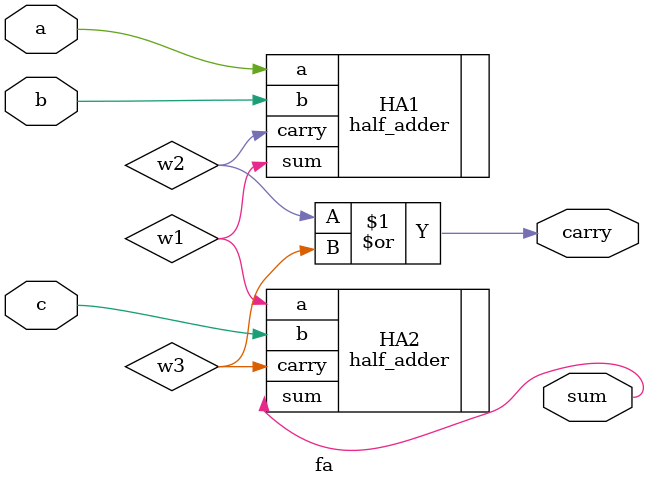
<source format=v>
`timescale 1ns / 1ps
module fa(
    input a,
    input b,
    input c,
    output sum,
    output carry
    );
wire w1;
wire w2;
wire w3;
half_adder HA1(.a(a), .b(b), .sum(w1), .carry(w2));
half_adder HA2(.a(w1),.b(c),.sum(sum), .carry(w3));
or or1(carry,w2,w3);

endmodule

</source>
